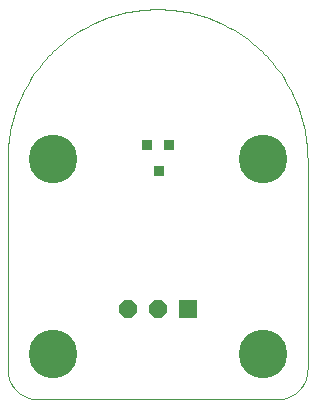
<source format=gts>
G75*
%MOIN*%
%OFA0B0*%
%FSLAX25Y25*%
%IPPOS*%
%LPD*%
%AMOC8*
5,1,8,0,0,1.08239X$1,22.5*
%
%ADD10R,0.03392X0.03392*%
%ADD11OC8,0.06000*%
%ADD12R,0.06000X0.06000*%
%ADD13C,0.00000*%
%ADD14C,0.16211*%
D10*
X0057194Y0100069D03*
X0060737Y0108730D03*
X0053257Y0108730D03*
D11*
X0056800Y0054006D03*
X0046800Y0054006D03*
D12*
X0066800Y0054006D03*
D13*
X0096800Y0024006D02*
X0016800Y0024006D01*
X0016558Y0024009D01*
X0016317Y0024018D01*
X0016076Y0024032D01*
X0015835Y0024053D01*
X0015595Y0024079D01*
X0015355Y0024111D01*
X0015116Y0024149D01*
X0014879Y0024192D01*
X0014642Y0024242D01*
X0014407Y0024297D01*
X0014173Y0024357D01*
X0013941Y0024424D01*
X0013710Y0024495D01*
X0013481Y0024573D01*
X0013254Y0024656D01*
X0013029Y0024744D01*
X0012806Y0024838D01*
X0012586Y0024937D01*
X0012368Y0025042D01*
X0012153Y0025151D01*
X0011940Y0025266D01*
X0011730Y0025386D01*
X0011524Y0025511D01*
X0011320Y0025641D01*
X0011119Y0025776D01*
X0010922Y0025916D01*
X0010728Y0026060D01*
X0010538Y0026209D01*
X0010352Y0026363D01*
X0010169Y0026521D01*
X0009990Y0026683D01*
X0009815Y0026850D01*
X0009644Y0027021D01*
X0009477Y0027196D01*
X0009315Y0027375D01*
X0009157Y0027558D01*
X0009003Y0027744D01*
X0008854Y0027934D01*
X0008710Y0028128D01*
X0008570Y0028325D01*
X0008435Y0028526D01*
X0008305Y0028730D01*
X0008180Y0028936D01*
X0008060Y0029146D01*
X0007945Y0029359D01*
X0007836Y0029574D01*
X0007731Y0029792D01*
X0007632Y0030012D01*
X0007538Y0030235D01*
X0007450Y0030460D01*
X0007367Y0030687D01*
X0007289Y0030916D01*
X0007218Y0031147D01*
X0007151Y0031379D01*
X0007091Y0031613D01*
X0007036Y0031848D01*
X0006986Y0032085D01*
X0006943Y0032322D01*
X0006905Y0032561D01*
X0006873Y0032801D01*
X0006847Y0033041D01*
X0006826Y0033282D01*
X0006812Y0033523D01*
X0006803Y0033764D01*
X0006800Y0034006D01*
X0006800Y0104006D01*
X0006815Y0105224D01*
X0006859Y0106440D01*
X0006933Y0107656D01*
X0007037Y0108869D01*
X0007170Y0110079D01*
X0007333Y0111286D01*
X0007525Y0112488D01*
X0007746Y0113686D01*
X0007996Y0114878D01*
X0008275Y0116063D01*
X0008583Y0117241D01*
X0008920Y0118411D01*
X0009285Y0119573D01*
X0009678Y0120725D01*
X0010099Y0121868D01*
X0010548Y0122999D01*
X0011024Y0124120D01*
X0011528Y0125229D01*
X0012058Y0126325D01*
X0012615Y0127408D01*
X0013198Y0128477D01*
X0013806Y0129531D01*
X0014441Y0130571D01*
X0015100Y0131594D01*
X0015784Y0132602D01*
X0016493Y0133592D01*
X0017225Y0134565D01*
X0017981Y0135519D01*
X0018760Y0136455D01*
X0019561Y0137372D01*
X0020385Y0138269D01*
X0021230Y0139145D01*
X0022096Y0140001D01*
X0022983Y0140836D01*
X0023890Y0141648D01*
X0024816Y0142438D01*
X0025762Y0143206D01*
X0026725Y0143950D01*
X0027707Y0144670D01*
X0028706Y0145367D01*
X0029721Y0146039D01*
X0030753Y0146686D01*
X0031800Y0147307D01*
X0032862Y0147903D01*
X0033938Y0148473D01*
X0035027Y0149017D01*
X0036130Y0149533D01*
X0037245Y0150023D01*
X0038371Y0150486D01*
X0039508Y0150921D01*
X0040656Y0151328D01*
X0041813Y0151707D01*
X0042979Y0152058D01*
X0044153Y0152380D01*
X0045335Y0152674D01*
X0046524Y0152939D01*
X0047718Y0153174D01*
X0048918Y0153381D01*
X0050123Y0153558D01*
X0051331Y0153706D01*
X0052543Y0153824D01*
X0053758Y0153913D01*
X0054974Y0153973D01*
X0056191Y0154002D01*
X0057409Y0154002D01*
X0058626Y0153973D01*
X0059842Y0153913D01*
X0061057Y0153824D01*
X0062269Y0153706D01*
X0063477Y0153558D01*
X0064682Y0153381D01*
X0065882Y0153174D01*
X0067076Y0152939D01*
X0068265Y0152674D01*
X0069447Y0152380D01*
X0070621Y0152058D01*
X0071787Y0151707D01*
X0072944Y0151328D01*
X0074092Y0150921D01*
X0075229Y0150486D01*
X0076355Y0150023D01*
X0077470Y0149533D01*
X0078573Y0149017D01*
X0079662Y0148473D01*
X0080738Y0147903D01*
X0081800Y0147307D01*
X0082847Y0146686D01*
X0083879Y0146039D01*
X0084894Y0145367D01*
X0085893Y0144670D01*
X0086875Y0143950D01*
X0087838Y0143206D01*
X0088784Y0142438D01*
X0089710Y0141648D01*
X0090617Y0140836D01*
X0091504Y0140001D01*
X0092370Y0139145D01*
X0093215Y0138269D01*
X0094039Y0137372D01*
X0094840Y0136455D01*
X0095619Y0135519D01*
X0096375Y0134565D01*
X0097107Y0133592D01*
X0097816Y0132602D01*
X0098500Y0131594D01*
X0099159Y0130571D01*
X0099794Y0129531D01*
X0100402Y0128477D01*
X0100985Y0127408D01*
X0101542Y0126325D01*
X0102072Y0125229D01*
X0102576Y0124120D01*
X0103052Y0122999D01*
X0103501Y0121868D01*
X0103922Y0120725D01*
X0104315Y0119573D01*
X0104680Y0118411D01*
X0105017Y0117241D01*
X0105325Y0116063D01*
X0105604Y0114878D01*
X0105854Y0113686D01*
X0106075Y0112488D01*
X0106267Y0111286D01*
X0106430Y0110079D01*
X0106563Y0108869D01*
X0106667Y0107656D01*
X0106741Y0106440D01*
X0106785Y0105224D01*
X0106800Y0104006D01*
X0106800Y0034006D01*
X0106797Y0033764D01*
X0106788Y0033523D01*
X0106774Y0033282D01*
X0106753Y0033041D01*
X0106727Y0032801D01*
X0106695Y0032561D01*
X0106657Y0032322D01*
X0106614Y0032085D01*
X0106564Y0031848D01*
X0106509Y0031613D01*
X0106449Y0031379D01*
X0106382Y0031147D01*
X0106311Y0030916D01*
X0106233Y0030687D01*
X0106150Y0030460D01*
X0106062Y0030235D01*
X0105968Y0030012D01*
X0105869Y0029792D01*
X0105764Y0029574D01*
X0105655Y0029359D01*
X0105540Y0029146D01*
X0105420Y0028936D01*
X0105295Y0028730D01*
X0105165Y0028526D01*
X0105030Y0028325D01*
X0104890Y0028128D01*
X0104746Y0027934D01*
X0104597Y0027744D01*
X0104443Y0027558D01*
X0104285Y0027375D01*
X0104123Y0027196D01*
X0103956Y0027021D01*
X0103785Y0026850D01*
X0103610Y0026683D01*
X0103431Y0026521D01*
X0103248Y0026363D01*
X0103062Y0026209D01*
X0102872Y0026060D01*
X0102678Y0025916D01*
X0102481Y0025776D01*
X0102280Y0025641D01*
X0102076Y0025511D01*
X0101870Y0025386D01*
X0101660Y0025266D01*
X0101447Y0025151D01*
X0101232Y0025042D01*
X0101014Y0024937D01*
X0100794Y0024838D01*
X0100571Y0024744D01*
X0100346Y0024656D01*
X0100119Y0024573D01*
X0099890Y0024495D01*
X0099659Y0024424D01*
X0099427Y0024357D01*
X0099193Y0024297D01*
X0098958Y0024242D01*
X0098721Y0024192D01*
X0098484Y0024149D01*
X0098245Y0024111D01*
X0098005Y0024079D01*
X0097765Y0024053D01*
X0097524Y0024032D01*
X0097283Y0024018D01*
X0097042Y0024009D01*
X0096800Y0024006D01*
D14*
X0091800Y0039006D03*
X0091800Y0104006D03*
X0021800Y0104006D03*
X0021800Y0039006D03*
M02*

</source>
